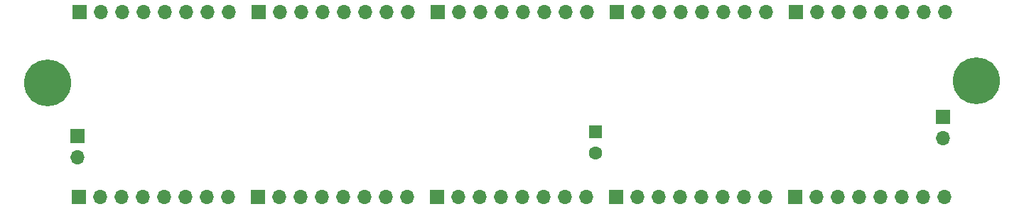
<source format=gbs>
G04 #@! TF.GenerationSoftware,KiCad,Pcbnew,(5.1.8)-1*
G04 #@! TF.CreationDate,2021-04-28T16:49:30+01:00*
G04 #@! TF.ProjectId,Altair buffer,416c7461-6972-4206-9275-666665722e6b,rev?*
G04 #@! TF.SameCoordinates,Original*
G04 #@! TF.FileFunction,Soldermask,Bot*
G04 #@! TF.FilePolarity,Negative*
%FSLAX46Y46*%
G04 Gerber Fmt 4.6, Leading zero omitted, Abs format (unit mm)*
G04 Created by KiCad (PCBNEW (5.1.8)-1) date 2021-04-28 16:49:30*
%MOMM*%
%LPD*%
G01*
G04 APERTURE LIST*
%ADD10O,1.700000X1.700000*%
%ADD11R,1.700000X1.700000*%
%ADD12C,5.600000*%
%ADD13C,1.600000*%
%ADD14R,1.600000X1.600000*%
G04 APERTURE END LIST*
D10*
X116586000Y-83185000D03*
X114046000Y-83185000D03*
X111506000Y-83185000D03*
X108966000Y-83185000D03*
X106426000Y-83185000D03*
X103886000Y-83185000D03*
X101346000Y-83185000D03*
D11*
X98806000Y-83185000D03*
D10*
X137922000Y-83185000D03*
X135382000Y-83185000D03*
X132842000Y-83185000D03*
X130302000Y-83185000D03*
X127762000Y-83185000D03*
X125222000Y-83185000D03*
X122682000Y-83185000D03*
D11*
X120142000Y-83185000D03*
D10*
X95250000Y-83185000D03*
X92710000Y-83185000D03*
X90170000Y-83185000D03*
X87630000Y-83185000D03*
X85090000Y-83185000D03*
X82550000Y-83185000D03*
X80010000Y-83185000D03*
D11*
X77470000Y-83185000D03*
D10*
X73914000Y-83185000D03*
X71374000Y-83185000D03*
X68834000Y-83185000D03*
X66294000Y-83185000D03*
X63754000Y-83185000D03*
X61214000Y-83185000D03*
X58674000Y-83185000D03*
D11*
X56134000Y-83185000D03*
D10*
X159258000Y-83185000D03*
X156718000Y-83185000D03*
X154178000Y-83185000D03*
X151638000Y-83185000D03*
X149098000Y-83185000D03*
X146558000Y-83185000D03*
X144018000Y-83185000D03*
D11*
X141478000Y-83185000D03*
D12*
X162941000Y-91440000D03*
X52324000Y-91694000D03*
D10*
X55880000Y-100584000D03*
D11*
X55880000Y-98044000D03*
D10*
X159004000Y-98298000D03*
D11*
X159004000Y-95758000D03*
D10*
X159131000Y-105283000D03*
X156591000Y-105283000D03*
X154051000Y-105283000D03*
X151511000Y-105283000D03*
X148971000Y-105283000D03*
X146431000Y-105283000D03*
X143891000Y-105283000D03*
D11*
X141351000Y-105283000D03*
D10*
X137795000Y-105283000D03*
X135255000Y-105283000D03*
X132715000Y-105283000D03*
X130175000Y-105283000D03*
X127635000Y-105283000D03*
X125095000Y-105283000D03*
X122555000Y-105283000D03*
D11*
X120015000Y-105283000D03*
D10*
X95123000Y-105283000D03*
X92583000Y-105283000D03*
X90043000Y-105283000D03*
X87503000Y-105283000D03*
X84963000Y-105283000D03*
X82423000Y-105283000D03*
X79883000Y-105283000D03*
D11*
X77343000Y-105283000D03*
D10*
X116459000Y-105283000D03*
X113919000Y-105283000D03*
X111379000Y-105283000D03*
X108839000Y-105283000D03*
X106299000Y-105283000D03*
X103759000Y-105283000D03*
X101219000Y-105283000D03*
D11*
X98679000Y-105283000D03*
D10*
X73787000Y-105283000D03*
X71247000Y-105283000D03*
X68707000Y-105283000D03*
X66167000Y-105283000D03*
X63627000Y-105283000D03*
X61087000Y-105283000D03*
X58547000Y-105283000D03*
D11*
X56007000Y-105283000D03*
D13*
X117602000Y-100036000D03*
D14*
X117602000Y-97536000D03*
M02*

</source>
